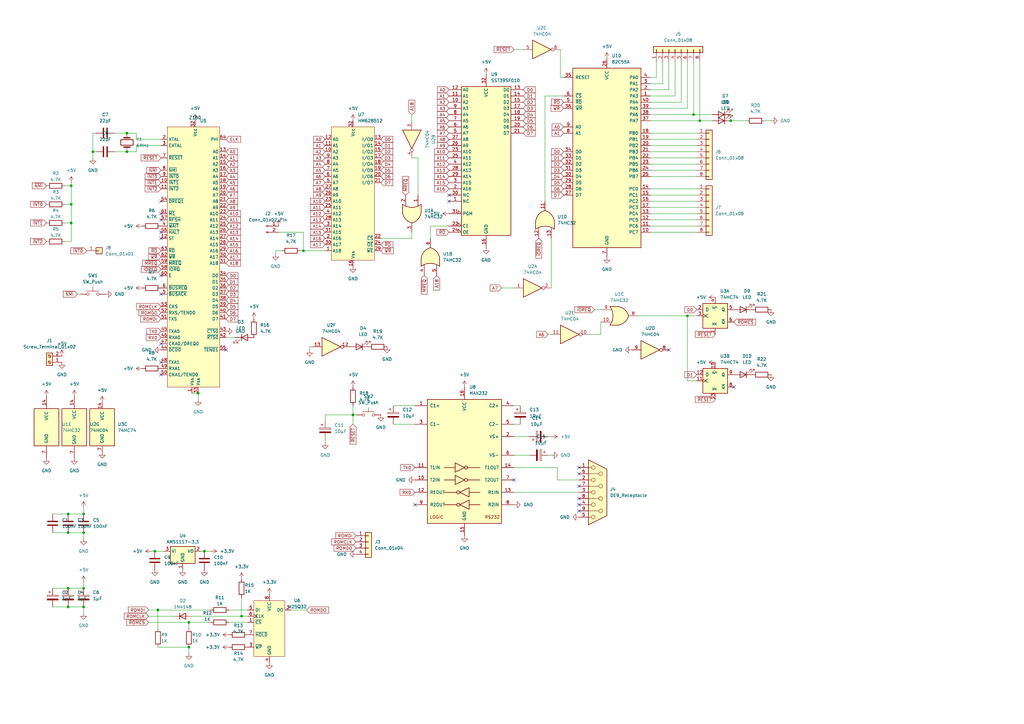
<source format=kicad_sch>
(kicad_sch (version 20230121) (generator eeschema)
  (paper "A3")
  (junction (at 64.77 250.19))
  (junction (at 299.72 49.53))
  (junction (at 27.94 218.44))
  (junction (at 52.07 62.23))
  (junction (at 29.21 83.82))
  (junction (at 29.21 91.44))
  (junction (at 281.94 129.54))
  (junction (at 27.94 248.92))
  (junction (at 284.48 46.99))
  (junction (at 99.06 252.73))
  (junction (at 144.78 170.18))
  (junction (at 52.07 54.61))
  (junction (at 29.21 76.2))
  (junction (at 63.5 226.06))
  (junction (at 27.94 241.3))
  (junction (at 83.82 226.06))
  (junction (at 81.28 161.29))
  (junction (at 34.29 210.82))
  (junction (at 34.29 241.3))
  (junction (at 38.1 62.23))
  (junction (at 77.47 255.27))
  (junction (at 124.46 102.87))
  (junction (at 27.94 210.82))
  (junction (at 287.02 49.53))
  (junction (at 34.29 218.44))
  (junction (at 34.29 248.92))
  (junction (at 77.47 265.43))
  (no_connect (at 66.04 140.97))
  (no_connect (at 66.04 113.03))
  (no_connect (at 66.04 90.17))
  (no_connect (at 237.49 204.47))
  (no_connect (at 184.15 80.01))
  (no_connect (at 237.49 199.39))
  (no_connect (at 184.15 82.55))
  (no_connect (at 210.82 196.85))
  (no_connect (at 237.49 207.01))
  (no_connect (at 66.04 87.63))
  (no_connect (at 66.04 153.67))
  (no_connect (at 237.49 191.77))
  (no_connect (at 170.18 207.01))
  (no_connect (at 66.04 97.79))
  (no_connect (at 237.49 209.55))
  (no_connect (at 274.32 143.51))
  (no_connect (at 92.71 143.51))
  (no_connect (at 66.04 82.55))
  (no_connect (at 66.04 95.25))
  (no_connect (at 237.49 194.31))
  (no_connect (at 66.04 148.59))
  (no_connect (at 66.04 120.65))
  (no_connect (at 300.99 158.75))
  (wire (pts (xy 266.7 36.83) (xy 274.32 36.83)))
  (wire (pts (xy 266.7 46.99) (xy 284.48 46.99)))
  (wire (pts (xy 34.29 251.46) (xy 34.29 248.92)))
  (wire (pts (xy 228.6 191.77) (xy 228.6 196.85)))
  (wire (pts (xy 119.38 250.19) (xy 125.73 250.19)))
  (wire (pts (xy 34.29 241.3) (xy 27.94 241.3)))
  (wire (pts (xy 241.3 137.16) (xy 246.38 137.16)))
  (wire (pts (xy 210.82 186.69) (xy 217.17 186.69)))
  (wire (pts (xy 144.78 173.99) (xy 144.78 170.18)))
  (wire (pts (xy 38.1 64.77) (xy 38.1 62.23)))
  (wire (pts (xy 55.88 62.23) (xy 55.88 59.69)))
  (wire (pts (xy 210.82 179.07) (xy 217.17 179.07)))
  (wire (pts (xy 114.3 95.25) (xy 124.46 95.25)))
  (wire (pts (xy 285.75 85.09) (xy 266.7 85.09)))
  (wire (pts (xy 246.38 137.16) (xy 246.38 132.08)))
  (wire (pts (xy 276.86 39.37) (xy 276.86 25.4)))
  (wire (pts (xy 55.88 59.69) (xy 66.04 59.69)))
  (wire (pts (xy 156.21 97.79) (xy 168.91 97.79)))
  (wire (pts (xy 299.72 49.53) (xy 299.72 46.99)))
  (wire (pts (xy 274.32 36.83) (xy 274.32 25.4)))
  (wire (pts (xy 26.67 76.2) (xy 29.21 76.2)))
  (wire (pts (xy 266.7 95.25) (xy 285.75 95.25)))
  (wire (pts (xy 261.62 129.54) (xy 281.94 129.54)))
  (wire (pts (xy 81.28 161.29) (xy 78.74 161.29)))
  (wire (pts (xy 284.48 46.99) (xy 292.1 46.99)))
  (wire (pts (xy 34.29 218.44) (xy 27.94 218.44)))
  (wire (pts (xy 34.29 220.98) (xy 34.29 218.44)))
  (wire (pts (xy 99.06 252.73) (xy 101.6 252.73)))
  (wire (pts (xy 313.69 49.53) (xy 316.23 49.53)))
  (wire (pts (xy 46.99 62.23) (xy 52.07 62.23)))
  (wire (pts (xy 281.94 129.54) (xy 285.75 129.54)))
  (wire (pts (xy 226.06 118.11) (xy 226.06 97.79)))
  (wire (pts (xy 287.02 25.4) (xy 287.02 49.53)))
  (wire (pts (xy 210.82 20.32) (xy 214.63 20.32)))
  (wire (pts (xy 34.29 210.82) (xy 27.94 210.82)))
  (wire (pts (xy 38.1 62.23) (xy 38.1 54.61)))
  (wire (pts (xy 99.06 245.11) (xy 99.06 252.73)))
  (wire (pts (xy 27.94 218.44) (xy 21.59 218.44)))
  (wire (pts (xy 60.96 255.27) (xy 77.47 255.27)))
  (wire (pts (xy 60.96 252.73) (xy 71.12 252.73)))
  (wire (pts (xy 269.24 31.75) (xy 269.24 25.4)))
  (wire (pts (xy 26.67 83.82) (xy 29.21 83.82)))
  (wire (pts (xy 285.75 59.69) (xy 266.7 59.69)))
  (wire (pts (xy 124.46 95.25) (xy 124.46 102.87)))
  (wire (pts (xy 113.03 102.87) (xy 115.57 102.87)))
  (wire (pts (xy 285.75 87.63) (xy 266.7 87.63)))
  (wire (pts (xy 168.91 97.79) (xy 168.91 95.25)))
  (wire (pts (xy 128.27 142.24) (xy 127 142.24)))
  (wire (pts (xy 29.21 99.06) (xy 26.67 99.06)))
  (wire (pts (xy 279.4 25.4) (xy 279.4 41.91)))
  (wire (pts (xy 210.82 201.93) (xy 237.49 201.93)))
  (wire (pts (xy 285.75 62.23) (xy 266.7 62.23)))
  (wire (pts (xy 144.78 166.37) (xy 144.78 170.18)))
  (wire (pts (xy 34.29 208.28) (xy 34.29 210.82)))
  (wire (pts (xy 29.21 83.82) (xy 29.21 91.44)))
  (wire (pts (xy 81.28 163.83) (xy 81.28 161.29)))
  (wire (pts (xy 27.94 248.92) (xy 21.59 248.92)))
  (wire (pts (xy 266.7 92.71) (xy 285.75 92.71)))
  (wire (pts (xy 161.29 173.99) (xy 170.18 173.99)))
  (wire (pts (xy 127 142.24) (xy 127 143.51)))
  (wire (pts (xy 52.07 54.61) (xy 55.88 54.61)))
  (wire (pts (xy 38.1 54.61) (xy 39.37 54.61)))
  (wire (pts (xy 78.74 252.73) (xy 99.06 252.73)))
  (wire (pts (xy 184.15 92.71) (xy 176.53 92.71)))
  (wire (pts (xy 243.84 127) (xy 246.38 127)))
  (wire (pts (xy 231.14 39.37) (xy 223.52 39.37)))
  (wire (pts (xy 77.47 255.27) (xy 77.47 257.81)))
  (wire (pts (xy 285.75 69.85) (xy 266.7 69.85)))
  (wire (pts (xy 285.75 77.47) (xy 266.7 77.47)))
  (wire (pts (xy 77.47 255.27) (xy 86.36 255.27)))
  (wire (pts (xy 266.7 34.29) (xy 271.78 34.29)))
  (wire (pts (xy 83.82 226.06) (xy 86.36 226.06)))
  (wire (pts (xy 123.19 102.87) (xy 124.46 102.87)))
  (wire (pts (xy 287.02 49.53) (xy 292.1 49.53)))
  (wire (pts (xy 285.75 64.77) (xy 266.7 64.77)))
  (wire (pts (xy 224.79 137.16) (xy 226.06 137.16)))
  (wire (pts (xy 52.07 62.23) (xy 55.88 62.23)))
  (wire (pts (xy 55.88 57.15) (xy 66.04 57.15)))
  (wire (pts (xy 205.74 118.11) (xy 210.82 118.11)))
  (wire (pts (xy 55.88 54.61) (xy 55.88 57.15)))
  (wire (pts (xy 224.79 179.07) (xy 226.06 179.07)))
  (wire (pts (xy 168.91 64.77) (xy 171.45 64.77)))
  (wire (pts (xy 161.29 166.37) (xy 170.18 166.37)))
  (wire (pts (xy 266.7 44.45) (xy 281.94 44.45)))
  (wire (pts (xy 229.87 31.75) (xy 231.14 31.75)))
  (wire (pts (xy 93.98 250.19) (xy 101.6 250.19)))
  (wire (pts (xy 27.94 210.82) (xy 21.59 210.82)))
  (wire (pts (xy 34.29 238.76) (xy 34.29 241.3)))
  (wire (pts (xy 29.21 91.44) (xy 29.21 99.06)))
  (wire (pts (xy 64.77 265.43) (xy 77.47 265.43)))
  (wire (pts (xy 266.7 31.75) (xy 269.24 31.75)))
  (wire (pts (xy 144.78 170.18) (xy 146.05 170.18)))
  (wire (pts (xy 285.75 67.31) (xy 266.7 67.31)))
  (wire (pts (xy 285.75 72.39) (xy 266.7 72.39)))
  (wire (pts (xy 229.87 20.32) (xy 229.87 31.75)))
  (wire (pts (xy 224.79 186.69) (xy 226.06 186.69)))
  (wire (pts (xy 285.75 82.55) (xy 266.7 82.55)))
  (wire (pts (xy 82.55 226.06) (xy 83.82 226.06)))
  (wire (pts (xy 285.75 90.17) (xy 266.7 90.17)))
  (wire (pts (xy 29.21 74.93) (xy 29.21 76.2)))
  (wire (pts (xy 210.82 191.77) (xy 228.6 191.77)))
  (wire (pts (xy 113.03 104.14) (xy 113.03 102.87)))
  (wire (pts (xy 210.82 173.99) (xy 213.36 173.99)))
  (wire (pts (xy 64.77 250.19) (xy 64.77 257.81)))
  (wire (pts (xy 285.75 54.61) (xy 266.7 54.61)))
  (wire (pts (xy 171.45 64.77) (xy 171.45 80.01)))
  (wire (pts (xy 285.75 57.15) (xy 266.7 57.15)))
  (wire (pts (xy 86.36 250.19) (xy 64.77 250.19)))
  (wire (pts (xy 133.35 170.18) (xy 144.78 170.18)))
  (wire (pts (xy 210.82 166.37) (xy 213.36 166.37)))
  (wire (pts (xy 266.7 39.37) (xy 276.86 39.37)))
  (wire (pts (xy 63.5 226.06) (xy 67.31 226.06)))
  (wire (pts (xy 38.1 62.23) (xy 39.37 62.23)))
  (wire (pts (xy 34.29 248.92) (xy 27.94 248.92)))
  (wire (pts (xy 29.21 76.2) (xy 29.21 83.82)))
  (wire (pts (xy 228.6 196.85) (xy 237.49 196.85)))
  (wire (pts (xy 31.75 120.65) (xy 33.02 120.65)))
  (wire (pts (xy 92.71 138.43) (xy 96.52 138.43)))
  (wire (pts (xy 306.07 49.53) (xy 299.72 49.53)))
  (wire (pts (xy 133.35 172.72) (xy 133.35 170.18)))
  (wire (pts (xy 285.75 80.01) (xy 266.7 80.01)))
  (wire (pts (xy 284.48 25.4) (xy 284.48 46.99)))
  (wire (pts (xy 46.99 54.61) (xy 52.07 54.61)))
  (wire (pts (xy 223.52 39.37) (xy 223.52 82.55)))
  (wire (pts (xy 271.78 34.29) (xy 271.78 25.4)))
  (wire (pts (xy 124.46 102.87) (xy 133.35 102.87)))
  (wire (pts (xy 26.67 91.44) (xy 29.21 91.44)))
  (wire (pts (xy 281.94 156.21) (xy 281.94 129.54)))
  (wire (pts (xy 93.98 255.27) (xy 101.6 255.27)))
  (wire (pts (xy 62.23 226.06) (xy 63.5 226.06)))
  (wire (pts (xy 133.35 180.34) (xy 133.35 181.61)))
  (wire (pts (xy 266.7 41.91) (xy 279.4 41.91)))
  (wire (pts (xy 77.47 267.97) (xy 77.47 265.43)))
  (wire (pts (xy 281.94 25.4) (xy 281.94 44.45)))
  (wire (pts (xy 285.75 156.21) (xy 281.94 156.21)))
  (wire (pts (xy 176.53 92.71) (xy 176.53 97.79)))
  (wire (pts (xy 168.91 46.99) (xy 168.91 49.53)))
  (wire (pts (xy 266.7 49.53) (xy 287.02 49.53)))
  (wire (pts (xy 60.96 250.19) (xy 64.77 250.19)))
  (wire (pts (xy 27.94 241.3) (xy 21.59 241.3)))
  (global_label "A18" (shape input) (at 92.71 107.95 0) (property "Intersheetrefs" "${INTERSHEET_REFS}" (effects hide)))
  (global_label "D2" (shape input) (at 214.63 41.91 0) (property "Intersheetrefs" "${INTERSHEET_REFS}" (effects hide)))
  (global_label "A0" (shape input) (at 184.15 36.83 180) (property "Intersheetrefs" "${INTERSHEET_REFS}" (effects hide)))
  (global_label "D2" (shape input) (at 156.21 62.23 0) (property "Intersheetrefs" "${INTERSHEET_REFS}" (effects hide)))
  (global_label "A14" (shape input) (at 184.15 72.39 180) (property "Intersheetrefs" "${INTERSHEET_REFS}" (effects hide)))
  (global_label "D1" (shape input) (at 285.75 153.67 180) (property "Intersheetrefs" "${INTERSHEET_REFS}" (effects hide)))
  (global_label "A3" (shape input) (at 92.71 69.85 0) (property "Intersheetrefs" "${INTERSHEET_REFS}" (effects hide)))
  (global_label "A13" (shape input) (at 184.15 69.85 180) (property "Intersheetrefs" "${INTERSHEET_REFS}" (effects hide)))
  (global_label "~{NMI}" (shape input) (at 19.05 76.2 180) (property "Intersheetrefs" "${INTERSHEET_REFS}" (effects hide)))
  (global_label "~{RESET}" (shape input) (at 144.78 173.99 270) (property "Intersheetrefs" "${INTERSHEET_REFS}" (effects hide)))
  (global_label "~{WR}" (shape input) (at 231.14 44.45 180) (property "Intersheetrefs" "${INTERSHEET_REFS}" (effects hide)))
  (global_label "~{WR}" (shape input) (at 156.21 102.87 0) (property "Intersheetrefs" "${INTERSHEET_REFS}" (effects hide)))
  (global_label "TX0" (shape input) (at 170.18 191.77 180) (property "Intersheetrefs" "${INTERSHEET_REFS}" (effects hide)))
  (global_label "A14" (shape input) (at 92.71 97.79 0) (property "Intersheetrefs" "${INTERSHEET_REFS}" (effects hide)))
  (global_label "~{MREQ}" (shape input) (at 173.99 113.03 270) (property "Intersheetrefs" "${INTERSHEET_REFS}" (effects hide)))
  (global_label "A6" (shape input) (at 224.79 137.16 180) (property "Intersheetrefs" "${INTERSHEET_REFS}" (effects hide)))
  (global_label "A11" (shape input) (at 133.35 85.09 180) (property "Intersheetrefs" "${INTERSHEET_REFS}" (effects hide)))
  (global_label "A10" (shape input) (at 133.35 82.55 180) (property "Intersheetrefs" "${INTERSHEET_REFS}" (effects hide)))
  (global_label "A17" (shape input) (at 133.35 100.33 180) (property "Intersheetrefs" "${INTERSHEET_REFS}" (effects hide)))
  (global_label "A12" (shape input) (at 133.35 87.63 180) (property "Intersheetrefs" "${INTERSHEET_REFS}" (effects hide)))
  (global_label "ROMCLK" (shape input) (at 66.04 125.73 180) (property "Intersheetrefs" "${INTERSHEET_REFS}" (effects hide)))
  (global_label "~{NMI}" (shape input) (at 31.75 120.65 180) (property "Intersheetrefs" "${INTERSHEET_REFS}" (effects hide)))
  (global_label "ROMDI" (shape input) (at 146.05 219.71 180) (property "Intersheetrefs" "${INTERSHEET_REFS}" (effects hide)))
  (global_label "A9" (shape input) (at 92.71 85.09 0) (property "Intersheetrefs" "${INTERSHEET_REFS}" (effects hide)))
  (global_label "A13" (shape input) (at 92.71 95.25 0) (property "Intersheetrefs" "${INTERSHEET_REFS}" (effects hide)))
  (global_label "ROMDI" (shape input) (at 60.96 250.19 180) (property "Intersheetrefs" "${INTERSHEET_REFS}" (effects hide)))
  (global_label "D4" (shape input) (at 231.14 72.39 180) (property "Intersheetrefs" "${INTERSHEET_REFS}" (effects hide)))
  (global_label "A2" (shape input) (at 133.35 62.23 180) (property "Intersheetrefs" "${INTERSHEET_REFS}" (effects hide)))
  (global_label "~{INT0}" (shape input) (at 66.04 72.39 180) (property "Intersheetrefs" "${INTERSHEET_REFS}" (effects hide)))
  (global_label "D5" (shape input) (at 92.71 125.73 0) (property "Intersheetrefs" "${INTERSHEET_REFS}" (effects hide)))
  (global_label "A18" (shape input) (at 179.07 113.03 270) (property "Intersheetrefs" "${INTERSHEET_REFS}" (effects hide)))
  (global_label "A15" (shape input) (at 184.15 74.93 180) (property "Intersheetrefs" "${INTERSHEET_REFS}" (effects hide)))
  (global_label "A16" (shape input) (at 184.15 77.47 180) (property "Intersheetrefs" "${INTERSHEET_REFS}" (effects hide)))
  (global_label "~{IOREQ}" (shape input) (at 243.84 127 180) (property "Intersheetrefs" "${INTERSHEET_REFS}" (effects hide)))
  (global_label "D5" (shape input) (at 214.63 49.53 0) (property "Intersheetrefs" "${INTERSHEET_REFS}" (effects hide)))
  (global_label "~{INT1}" (shape input) (at 66.04 74.93 180) (property "Intersheetrefs" "${INTERSHEET_REFS}" (effects hide)))
  (global_label "D0" (shape input) (at 231.14 62.23 180) (property "Intersheetrefs" "${INTERSHEET_REFS}" (effects hide)))
  (global_label "~{IOREQ}" (shape input) (at 66.04 110.49 180) (property "Intersheetrefs" "${INTERSHEET_REFS}" (effects hide)))
  (global_label "A6" (shape input) (at 133.35 72.39 180) (property "Intersheetrefs" "${INTERSHEET_REFS}" (effects hide)))
  (global_label "ROMDO" (shape input) (at 66.04 128.27 180) (property "Intersheetrefs" "${INTERSHEET_REFS}" (effects hide)))
  (global_label "A4" (shape input) (at 133.35 67.31 180) (property "Intersheetrefs" "${INTERSHEET_REFS}" (effects hide)))
  (global_label "A5" (shape input) (at 133.35 69.85 180) (property "Intersheetrefs" "${INTERSHEET_REFS}" (effects hide)))
  (global_label "D0" (shape input) (at 285.75 127 180) (property "Intersheetrefs" "${INTERSHEET_REFS}" (effects hide)))
  (global_label "ROMCLK" (shape input) (at 60.96 252.73 180) (property "Intersheetrefs" "${INTERSHEET_REFS}" (effects hide)))
  (global_label "D0" (shape input) (at 92.71 113.03 0) (property "Intersheetrefs" "${INTERSHEET_REFS}" (effects hide)))
  (global_label "ROMDI" (shape input) (at 66.04 130.81 180) (property "Intersheetrefs" "${INTERSHEET_REFS}" (effects hide)))
  (global_label "D3" (shape input) (at 214.63 44.45 0) (property "Intersheetrefs" "${INTERSHEET_REFS}" (effects hide)))
  (global_label "A7" (shape input) (at 184.15 54.61 180) (property "Intersheetrefs" "${INTERSHEET_REFS}" (effects hide)))
  (global_label "RX0" (shape input) (at 170.18 201.93 180) (property "Intersheetrefs" "${INTERSHEET_REFS}" (effects hide)))
  (global_label "D1" (shape input) (at 92.71 115.57 0) (property "Intersheetrefs" "${INTERSHEET_REFS}" (effects hide)))
  (global_label "A5" (shape input) (at 184.15 49.53 180) (property "Intersheetrefs" "${INTERSHEET_REFS}" (effects hide)))
  (global_label "~{RESET}" (shape input) (at 66.04 64.77 180) (property "Intersheetrefs" "${INTERSHEET_REFS}" (effects hide)))
  (global_label "A1" (shape input) (at 231.14 54.61 180) (property "Intersheetrefs" "${INTERSHEET_REFS}" (effects hide)))
  (global_label "A10" (shape input) (at 184.15 62.23 180) (property "Intersheetrefs" "${INTERSHEET_REFS}" (effects hide)))
  (global_label "A14" (shape input) (at 133.35 92.71 180) (property "Intersheetrefs" "${INTERSHEET_REFS}" (effects hide)))
  (global_label "~{RD}" (shape input) (at 184.15 95.25 180) (property "Intersheetrefs" "${INTERSHEET_REFS}" (effects hide)))
  (global_label "~{MREQ}" (shape input) (at 66.04 107.95 180) (property "Intersheetrefs" "${INTERSHEET_REFS}" (effects hide)))
  (global_label "~{MREQ}" (shape input) (at 166.37 80.01 90) (property "Intersheetrefs" "${INTERSHEET_REFS}" (effects hide)))
  (global_label "A4" (shape input) (at 184.15 46.99 180) (property "Intersheetrefs" "${INTERSHEET_REFS}" (effects hide)))
  (global_label "D2" (shape input) (at 92.71 118.11 0) (property "Intersheetrefs" "${INTERSHEET_REFS}" (effects hide)))
  (global_label "A2" (shape input) (at 184.15 41.91 180) (property "Intersheetrefs" "${INTERSHEET_REFS}" (effects hide)))
  (global_label "D5" (shape input) (at 156.21 69.85 0) (property "Intersheetrefs" "${INTERSHEET_REFS}" (effects hide)))
  (global_label "A6" (shape input) (at 92.71 77.47 0) (property "Intersheetrefs" "${INTERSHEET_REFS}" (effects hide)))
  (global_label "D6" (shape input) (at 214.63 52.07 0) (property "Intersheetrefs" "${INTERSHEET_REFS}" (effects hide)))
  (global_label "D4" (shape input) (at 92.71 123.19 0) (property "Intersheetrefs" "${INTERSHEET_REFS}" (effects hide)))
  (global_label "~{ROMCS}" (shape input) (at 60.96 255.27 180) (property "Intersheetrefs" "${INTERSHEET_REFS}" (effects hide)))
  (global_label "A16" (shape input) (at 133.35 97.79 180) (property "Intersheetrefs" "${INTERSHEET_REFS}" (effects hide)))
  (global_label "A2" (shape input) (at 92.71 67.31 0) (property "Intersheetrefs" "${INTERSHEET_REFS}" (effects hide)))
  (global_label "D7" (shape input) (at 92.71 130.81 0) (property "Intersheetrefs" "${INTERSHEET_REFS}" (effects hide)))
  (global_label "A9" (shape input) (at 133.35 80.01 180) (property "Intersheetrefs" "${INTERSHEET_REFS}" (effects hide)))
  (global_label "D5" (shape input) (at 231.14 74.93 180) (property "Intersheetrefs" "${INTERSHEET_REFS}" (effects hide)))
  (global_label "D2" (shape input) (at 231.14 67.31 180) (property "Intersheetrefs" "${INTERSHEET_REFS}" (effects hide)))
  (global_label "ROMDO" (shape input) (at 125.73 250.19 0) (property "Intersheetrefs" "${INTERSHEET_REFS}" (effects hide)))
  (global_label "A18" (shape input) (at 168.91 46.99 90) (property "Intersheetrefs" "${INTERSHEET_REFS}" (effects hide)))
  (global_label "A12" (shape input) (at 92.71 92.71 0) (property "Intersheetrefs" "${INTERSHEET_REFS}" (effects hide)))
  (global_label "ROMDO" (shape input) (at 146.05 224.79 180) (property "Intersheetrefs" "${INTERSHEET_REFS}" (effects hide)))
  (global_label "~{RD}" (shape input) (at 66.04 102.87 180) (property "Intersheetrefs" "${INTERSHEET_REFS}" (effects hide)))
  (global_label "A7" (shape input) (at 92.71 80.01 0) (property "Intersheetrefs" "${INTERSHEET_REFS}" (effects hide)))
  (global_label "D0" (shape input) (at 156.21 57.15 0) (property "Intersheetrefs" "${INTERSHEET_REFS}" (effects hide)))
  (global_label "A8" (shape input) (at 184.15 57.15 180) (property "Intersheetrefs" "${INTERSHEET_REFS}" (effects hide)))
  (global_label "RX0" (shape input) (at 66.04 138.43 180) (property "Intersheetrefs" "${INTERSHEET_REFS}" (effects hide)))
  (global_label "A6" (shape input) (at 184.15 52.07 180) (property "Intersheetrefs" "${INTERSHEET_REFS}" (effects hide)))
  (global_label "CLK" (shape input) (at 92.71 57.15 0) (property "Intersheetrefs" "${INTERSHEET_REFS}" (effects hide)))
  (global_label "~{IOREQ}" (shape input) (at 220.98 97.79 270) (property "Intersheetrefs" "${INTERSHEET_REFS}" (effects hide)))
  (global_label "D3" (shape input) (at 92.71 120.65 0) (property "Intersheetrefs" "${INTERSHEET_REFS}" (effects hide)))
  (global_label "A7" (shape input) (at 205.74 118.11 180) (property "Intersheetrefs" "${INTERSHEET_REFS}" (effects hide)))
  (global_label "A17" (shape input) (at 92.71 105.41 0) (property "Intersheetrefs" "${INTERSHEET_REFS}" (effects hide)))
  (global_label "~{NMI}" (shape input) (at 66.04 69.85 180) (property "Intersheetrefs" "${INTERSHEET_REFS}" (effects hide)))
  (global_label "A7" (shape input) (at 133.35 74.93 180) (property "Intersheetrefs" "${INTERSHEET_REFS}" (effects hide)))
  (global_label "A16" (shape input) (at 92.71 102.87 0) (property "Intersheetrefs" "${INTERSHEET_REFS}" (effects hide)))
  (global_label "~{ROMCS}" (shape input) (at 300.99 132.08 0) (property "Intersheetrefs" "${INTERSHEET_REFS}" (effects hide)))
  (global_label "D1" (shape input) (at 231.14 64.77 180) (property "Intersheetrefs" "${INTERSHEET_REFS}" (effects hide)))
  (global_label "~{RD}" (shape input) (at 231.14 41.91 180) (property "Intersheetrefs" "${INTERSHEET_REFS}" (effects hide)))
  (global_label "~{INT0}" (shape input) (at 19.05 83.82 180) (property "Intersheetrefs" "${INTERSHEET_REFS}" (effects hide)))
  (global_label "D0" (shape input) (at 214.63 36.83 0) (property "Intersheetrefs" "${INTERSHEET_REFS}" (effects hide)))
  (global_label "A12" (shape input) (at 184.15 67.31 180) (property "Intersheetrefs" "${INTERSHEET_REFS}" (effects hide)))
  (global_label "~{INT1}" (shape input) (at 19.05 91.44 180) (property "Intersheetrefs" "${INTERSHEET_REFS}" (effects hide)))
  (global_label "D4" (shape input) (at 214.63 46.99 0) (property "Intersheetrefs" "${INTERSHEET_REFS}" (effects hide)))
  (global_label "D7" (shape input) (at 231.14 80.01 180) (property "Intersheetrefs" "${INTERSHEET_REFS}" (effects hide)))
  (global_label "A0" (shape input) (at 133.35 57.15 180) (property "Intersheetrefs" "${INTERSHEET_REFS}" (effects hide)))
  (global_label "A9" (shape input) (at 184.15 59.69 180) (property "Intersheetrefs" "${INTERSHEET_REFS}" (effects hide)))
  (global_label "D3" (shape input) (at 156.21 64.77 0) (property "Intersheetrefs" "${INTERSHEET_REFS}" (effects hide)))
  (global_label "A15" (shape input) (at 133.35 95.25 180) (property "Intersheetrefs" "${INTERSHEET_REFS}" (effects hide)))
  (global_label "~{INT0}" (shape input) (at 35.56 102.87 180) (property "Intersheetrefs" "${INTERSHEET_REFS}" (effects hide)))
  (global_label "D4" (shape input) (at 156.21 67.31 0) (property "Intersheetrefs" "${INTERSHEET_REFS}" (effects hide)))
  (global_label "D6" (shape input) (at 156.21 72.39 0) (property "Intersheetrefs" "${INTERSHEET_REFS}" (effects hide)))
  (global_label "A1" (shape input) (at 92.71 64.77 0) (property "Intersheetrefs" "${INTERSHEET_REFS}" (effects hide)))
  (global_label "A0" (shape input) (at 231.14 52.07 180) (property "Intersheetrefs" "${INTERSHEET_REFS}" (effects hide)))
  (global_label "~{RESET}" (shape input) (at 293.37 137.16 180) (property "Intersheetrefs" "${INTERSHEET_REFS}" (effects hide)))
  (global_label "A11" (shape input) (at 184.15 64.77 180) (property "Intersheetrefs" "${INTERSHEET_REFS}" (effects hide)))
  (global_label "~{INT2}" (shape input) (at 19.05 99.06 180) (property "Intersheetrefs" "${INTERSHEET_REFS}" (effects hide)))
  (global_label "ROMCLK" (shape input) (at 146.05 222.25 180) (property "Intersheetrefs" "${INTERSHEET_REFS}" (effects hide)))
  (global_label "D3" (shape input) (at 231.14 69.85 180) (property "Intersheetrefs" "${INTERSHEET_REFS}" (effects hide)))
  (global_label "A10" (shape input) (at 92.71 87.63 0) (property "Intersheetrefs" "${INTERSHEET_REFS}" (effects hide)))
  (global_label "A11" (shape input) (at 92.71 90.17 0) (property "Intersheetrefs" "${INTERSHEET_REFS}" (effects hide)))
  (global_label "~{WR}" (shape input) (at 66.04 105.41 180) (property "Intersheetrefs" "${INTERSHEET_REFS}" (effects hide)))
  (global_label "~{RESET}" (shape input) (at 210.82 20.32 180) (property "Intersheetrefs" "${INTERSHEET_REFS}" (effects hide)))
  (global_label "D7" (shape input) (at 156.21 74.93 0) (property "Intersheetrefs" "${INTERSHEET_REFS}" (effects hide)))
  (global_label "A5" (shape input) (at 92.71 74.93 0) (property "Intersheetrefs" "${INTERSHEET_REFS}" (effects hide)))
  (global_label "D6" (shape input) (at 92.71 128.27 0) (property "Intersheetrefs" "${INTERSHEET_REFS}" (effects hide)))
  (global_label "~{RESET}" (shape input) (at 293.37 163.83 180) (property "Intersheetrefs" "${INTERSHEET_REFS}" (effects hide)))
  (global_label "TX0" (shape input) (at 66.04 135.89 180) (property "Intersheetrefs" "${INTERSHEET_REFS}" (effects hide)))
  (global_label "A3" (shape input) (at 133.35 64.77 180) (property "Intersheetrefs" "${INTERSHEET_REFS}" (effects hide)))
  (global_label "D1" (shape input) (at 214.63 39.37 0) (property "Intersheetrefs" "${INTERSHEET_REFS}" (effects hide)))
  (global_label "D7" (shape input) (at 214.63 54.61 0) (property "Intersheetrefs" "${INTERSHEET_REFS}" (effects hide)))
  (global_label "A4" (shape input) (at 92.71 72.39 0) (property "Intersheetrefs" "${INTERSHEET_REFS}" (effects hide)))
  (global_label "A0" (shape input) (at 92.71 62.23 0) (property "Intersheetrefs" "${INTERSHEET_REFS}" (effects hide)))
  (global_label "~{RD}" (shape input) (at 156.21 100.33 0) (property "Intersheetrefs" "${INTERSHEET_REFS}" (effects hide)))
  (global_label "A1" (shape input) (at 133.35 59.69 180) (property "Intersheetrefs" "${INTERSHEET_REFS}" (effects hide)))
  (global_label "A3" (shape input) (at 184.15 44.45 180) (property "Intersheetrefs" "${INTERSHEET_REFS}" (effects hide)))
  (global_label "D6" (shape input) (at 231.14 77.47 180) (property "Intersheetrefs" "${INTERSHEET_REFS}" (effects hide)))
  (global_label "A8" (shape input) (at 133.35 77.47 180) (property "Intersheetrefs" "${INTERSHEET_REFS}" (effects hide)))
  (global_label "A13" (shape input) (at 133.35 90.17 180) (property "Intersheetrefs" "${INTERSHEET_REFS}" (effects hide)))
  (global_label "~{INT2}" (shape input) (at 66.04 77.47 180) (property "Intersheetrefs" "${INTERSHEET_REFS}" (effects hide)))
  (global_label "A8" (shape input) (at 92.71 82.55 0) (property "Intersheetrefs" "${INTERSHEET_REFS}" (effects hide)))
  (global_label "D1" (shape input) (at 156.21 59.69 0) (property "Intersheetrefs" "${INTERSHEET_REFS}" (effects hide)))
  (global_label "A15" (shape input) (at 92.71 100.33 0) (property "Intersheetrefs" "${INTERSHEET_REFS}" (effects hide)))
  (global_label "A1" (shape input) (at 184.15 39.37 180) (property "Intersheetrefs" "${INTERSHEET_REFS}" (effects hide)))
  (symbol (lib_id "Device:C_Polarized") (at 220.98 179.07 90) (unit 1)
    (property "Reference" "C14" (at 220.091 171.45 90))
    (property "Value" "10µF" (at 220.091 173.99 90))
    (property "Footprint" "Capacitor_THT:CP_Radial_D4.0mm_P2.00mm" (effects hide))
  )
  (symbol (lib_id "Device:R") (at 104.14 134.62 180) (unit 1)
    (property "Reference" "R16" (at 106.68 133.35 0) (effects (justify right)))
    (property "Value" "4.7K" (at 106.68 135.89 0) (effects (justify right)))
    (property "Footprint" "Resistor_THT:R_Axial_DIN0204_L3.6mm_D1.6mm_P7.62mm_Horizontal" (effects hide))
  )
  (symbol (lib_id "power:+5V") (at 30.48 162.56 0) (unit 1)
    (property "Reference" "#PWR08" (effects hide))
    (property "Value" "+5V" (at 30.48 157.48 0))
  )
  (symbol (lib_id "power:+5V") (at 184.15 87.63 90) (unit 1)
    (property "Reference" "#PWR048" (effects hide))
    (property "Value" "+5V" (at 180.34 87.63 90) (effects (justify left)))
  )
  (symbol (lib_id "74xx:74HC04") (at 222.25 20.32 0) (unit 3)
    (property "Reference" "U2" (at 222.25 11.43 0))
    (property "Value" "74HC04" (at 222.25 13.97 0))
    (property "Footprint" "Package_DIP:DIP-14_W7.62mm" (effects hide))
    (property "Datasheet" "https://assets.nexperia.com/documents/data-sheet/74HC_HCT04.pdf" (effects hide))
  )
  (symbol (lib_id "power:GND") (at 113.03 104.14 0) (unit 1)
    (property "Reference" "#PWR037" (effects hide))
    (property "Value" "GND" (at 113.03 109.22 0))
  )
  (symbol (lib_id "power:GND") (at 38.1 64.77 0) (unit 1)
    (property "Reference" "#PWR014" (effects hide))
    (property "Value" "GND" (at 38.1 69.85 0))
  )
  (symbol (lib_id "Device:R") (at 154.94 142.24 90) (unit 1)
    (property "Reference" "R19" (at 154.94 135.89 90))
    (property "Value" "4.7K" (at 154.94 138.43 90))
    (property "Footprint" "Resistor_THT:R_Axial_DIN0204_L3.6mm_D1.6mm_P7.62mm_Horizontal" (effects hide))
  )
  (symbol (lib_id "power:GND") (at 156.21 170.18 0) (unit 1)
    (property "Reference" "#PWR045" (effects hide))
    (property "Value" "GND" (at 156.21 175.26 0))
  )
  (symbol (lib_id "power:GND") (at 63.5 233.68 0) (unit 1)
    (property "Reference" "#PWR022" (effects hide))
    (property "Value" "GND" (at 63.5 238.76 0))
  )
  (symbol (lib_id "Connector_Generic:Conn_01x08") (at 290.83 85.09 0) (unit 1)
    (property "Reference" "J7" (at 293.37 85.09 0) (effects (justify left)))
    (property "Value" "Conn_01x08" (at 293.37 87.63 0) (effects (justify left)))
    (property "Footprint" "Connector_PinHeader_2.54mm:PinHeader_1x08_P2.54mm_Vertical" (effects hide))
  )
  (symbol (lib_id "Device:D") (at 74.93 252.73 0) (unit 1)
    (property "Reference" "D2" (at 74.93 246.38 0))
    (property "Value" "1N4148" (at 74.93 248.92 0))
    (property "Footprint" "Diode_THT:D_DO-34_SOD68_P7.62mm_Horizontal" (effects hide))
    (property "Sim.Device" "D" (effects hide))
    (property "Sim.Pins" "1=K 2=A" (effects hide))
  )
  (symbol (lib_id "Device:R") (at 90.17 250.19 270) (unit 1)
    (property "Reference" "R11" (at 90.17 245.11 90))
    (property "Value" "1K" (at 90.17 247.65 90))
    (property "Footprint" "Resistor_THT:R_Axial_DIN0204_L3.6mm_D1.6mm_P7.62mm_Horizontal" (effects hide))
  )
  (symbol (lib_id "power:+5V") (at 34.29 238.76 0) (unit 1)
    (property "Reference" "#PWR012" (effects hide))
    (property "Value" "+5V" (at 34.29 233.68 0))
  )
  (symbol (lib_id "power:+5V") (at 25.4 146.05 0) (unit 1)
    (property "Reference" "#PWR05" (effects hide))
    (property "Value" "+5V" (at 25.4 140.97 0))
  )
  (symbol (lib_id "power:+3.3V") (at 93.98 265.43 90) (unit 1)
    (property "Reference" "#PWR031" (effects hide))
    (property "Value" "+3.3V" (at 90.17 265.43 90) (effects (justify left)))
  )
  (symbol (lib_id "power:+5V") (at 41.91 165.1 0) (unit 1)
    (property "Reference" "#PWR015" (effects hide))
    (property "Value" "+5V" (at 41.91 160.02 0))
  )
  (symbol (lib_id "Device:LED") (at 304.8 127 180) (unit 1)
    (property "Reference" "D9" (at 306.3875 119.38 0))
    (property "Value" "LED" (at 306.3875 121.92 0))
    (property "Footprint" "LED_THT:LED_D3.0mm" (effects hide))
  )
  (symbol (lib_id "Device:R") (at 62.23 118.11 90) (unit 1)
    (property "Reference" "R7" (at 62.23 111.76 90))
    (property "Value" "4.7K" (at 62.23 114.3 90))
    (property "Footprint" "Resistor_THT:R_Axial_DIN0204_L3.6mm_D1.6mm_P7.62mm_Horizontal" (effects hide))
  )
  (symbol (lib_id "Device:C_Polarized") (at 34.29 245.11 0) (unit 1)
    (property "Reference" "C6" (at 38.1 242.951 0) (effects (justify left)))
    (property "Value" "1µF" (at 38.1 245.491 0) (effects (justify left)))
    (property "Footprint" "Capacitor_THT:CP_Radial_D4.0mm_P2.00mm" (effects hide))
  )
  (symbol (lib_id "power:GND") (at 81.28 163.83 0) (unit 1)
    (property "Reference" "#PWR027" (effects hide))
    (property "Value" "GND" (at 81.28 168.91 0))
  )
  (symbol (lib_id "power:GND") (at 41.91 185.42 0) (unit 1)
    (property "Reference" "#PWR016" (effects hide))
    (property "Value" "GND" (at 41.91 190.5 0))
  )
  (symbol (lib_id "Regulator_Linear:AMS1117-3.3") (at 74.93 226.06 0) (unit 1)
    (property "Reference" "U4" (at 74.93 219.71 0))
    (property "Value" "AMS1117-3.3" (at 74.93 222.25 0))
    (property "Footprint" "Package_TO_SOT_SMD:SOT-223-3_TabPin2" (effects hide))
    (property "Datasheet" "http://www.advanced-monolithic.com/pdf/ds1117.pdf" (effects hide))
  )
  (symbol (lib_id "power:GND") (at 146.05 227.33 270) (unit 1)
    (property "Reference" "#PWR044" (effects hide))
    (property "Value" "GND" (at 142.24 227.33 90) (effects (justify right)))
  )
  (symbol (lib_id "Device:C_Polarized") (at 213.36 170.18 0) (unit 1)
    (property "Reference" "C13" (at 217.17 168.021 0) (effects (justify left)))
    (property "Value" "10µF" (at 217.17 170.561 0) (effects (justify left)))
    (property "Footprint" "Capacitor_THT:CP_Radial_D4.0mm_P2.00mm" (effects hide))
  )
  (symbol (lib_id "power:GND") (at 226.06 186.69 90) (unit 1)
    (property "Reference" "#PWR055" (effects hide))
    (property "Value" "GND" (at 229.87 186.69 90) (effects (justify right)))
  )
  (symbol (lib_id "power:+5V") (at 58.42 118.11 90) (unit 1)
    (property "Reference" "#PWR019" (effects hide))
    (property "Value" "+5V" (at 54.61 118.11 90) (effects (justify left)))
  )
  (symbol (lib_id "Device:R") (at 64.77 261.62 180) (unit 1)
    (property "Reference" "R9" (at 66.04 260.35 0) (effects (justify right)))
    (property "Value" "1K" (at 66.04 262.89 0) (effects (justify right)))
    (property "Footprint" "Resistor_THT:R_Axial_DIN0204_L3.6mm_D1.6mm_P7.62mm_Horizontal" (effects hide))
  )
  (symbol (lib_id "Device:C") (at 27.94 214.63 180) (unit 1)
    (property "Reference" "C3" (at 31.75 213.36 0) (effects (justify right)))
    (property "Value" "100nF" (at 31.75 215.9 0) (effects (justify right)))
    (property "Footprint" "Capacitor_THT:C_Disc_D3.8mm_W2.6mm_P2.50mm" (effects hide))
  )
  (symbol (lib_id "Device:R") (at 62.23 92.71 90) (unit 1)
    (property "Reference" "R6" (at 62.23 86.36 90))
    (property "Value" "4.7K" (at 62.23 88.9 90))
    (property "Footprint" "Resistor_THT:R_Axial_DIN0204_L3.6mm_D1.6mm_P7.62mm_Horizontal" (effects hide))
  )
  (symbol (lib_id "Device:C_Polarized") (at 27.94 245.11 0) (unit 1)
    (property "Reference" "C4" (at 31.75 242.951 0) (effects (justify left)))
    (property "Value" "1µF" (at 31.75 245.491 0) (effects (justify left)))
    (property "Footprint" "Capacitor_THT:CP_Radial_D4.0mm_P2.00mm" (effects hide))
  )
  (symbol (lib_id "power:+5V") (at 29.21 74.93 0) (unit 1)
    (property "Reference" "#PWR07" (effects hide))
    (property "Value" "+5V" (at 29.21 69.85 0))
  )
  (symbol (lib_id "power:GND") (at 77.47 267.97 0) (unit 1)
    (property "Reference" "#PWR025" (effects hide))
    (property "Value" "GND" (at 77.47 273.05 0))
  )
  (symbol (lib_id "power:GND") (at 248.92 105.41 0) (unit 1)
    (property "Reference" "#PWR058" (effects hide))
    (property "Value" "GND" (at 248.92 110.49 0))
  )
  (symbol (lib_id "power:GND") (at 34.29 220.98 0) (unit 1)
    (property "Reference" "#PWR011" (effects hide))
    (property "Value" "GND" (at 34.29 226.06 0))
  )
  (symbol (lib_id "Device:C") (at 43.18 62.23 90) (unit 1)
    (property "Reference" "C8" (at 43.18 54.61 90))
    (property "Value" "22pF" (at 43.18 57.15 90))
    (property "Footprint" "Capacitor_THT:C_Disc_D3.0mm_W1.6mm_P2.50mm" (effects hide))
  )
  (symbol (lib_id "power:GND") (at 316.23 49.53 90) (unit 1)
    (property "Reference" "#PWR061" (effects hide))
    (property "Value" "GND" (at 320.04 49.53 90) (effects (justify right)))
  )
  (symbol (lib_id "74xx:74HC04") (at 30.48 175.26 0) (unit 7)
    (property "Reference" "U2" (at 36.83 173.99 0) (effects (justify left)))
    (property "Value" "74HC04" (at 36.83 176.53 0) (effects (justify left)))
    (property "Footprint" "Package_DIP:DIP-14_W7.62mm" (effects hide))
    (property "Datasheet" "https://assets.nexperia.com/documents/data-sheet/74HC_HCT04.pdf" (effects hide))
  )
  (symbol (lib_id "Device:R") (at 99.06 241.3 0) (unit 1)
    (property "Reference" "R15" (at 100.33 240.03 0) (effects (justify left)))
    (property "Value" "1K" (at 100.33 242.57 0) (effects (justify left)))
    (property "Footprint" "Resistor_THT:R_Axial_DIN0204_L3.6mm_D1.6mm_P7.62mm_Horizontal" (effects hide))
  )
  (symbol (lib_id "74xx:74LS32") (at 223.52 90.17 90) (unit 4)
    (property "Reference" "U1" (at 228.6 88.9 90) (effects (justify right)))
    (property "Value" "74HC32" (at 228.6 91.44 90) (effects (justify right)))
    (property "Footprint" "Package_DIP:DIP-14_W7.62mm" (effects hide))
    (property "Datasheet" "http://www.ti.com/lit/gpn/sn74LS32" (effects hide))
  )
  (symbol (lib_id "Device:R") (at 22.86 91.44 90) (unit 1)
    (property "Reference" "R4" (at 22.86 86.36 90))
    (property "Value" "4.7K" (at 22.86 88.9 90))
    (property "Footprint" "Resistor_THT:R_Axial_DIN0204_L3.6mm_D1.6mm_P7.62mm_Horizontal" (effects hide))
  )
  (symbol (lib_id "power:GND") (at 19.05 187.96 0) (unit 1)
    (property "Reference" "#PWR04" (effects hide))
    (property "Value" "GND" (at 19.05 193.04 0))
  )
  (symbol (lib_id "power:GND") (at 144.78 109.22 0) (unit 1)
    (property "Reference" "#PWR042" (effects hide))
    (property "Value" "GND" (at 144.78 114.3 0))
  )
  (symbol (lib_id "power:+5V") (at 144.78 49.53 0) (unit 1)
    (property "Reference" "#PWR041" (effects hide))
    (property "Value" "+5V" (at 144.78 44.45 0))
  )
  (symbol (lib_id "Device:LED") (at 295.91 49.53 180) (unit 1)
    (property "Reference" "D8" (at 297.4975 41.91 0))
    (property "Value" "LED" (at 297.4975 44.45 0))
    (property "Footprint" "LED_THT:LED_D3.0mm" (effects hide))
  )
  (symbol (lib_id "power:GND") (at 316.23 127 0) (unit 1)
    (property "Reference" "#PWR062" (effects hide))
    (property "Value" "GND" (at 316.23 132.08 0))
  )
  (symbol (lib_id "Device:C") (at 63.5 229.87 180) (unit 1)
    (property "Reference" "C9" (at 67.31 228.6 0) (effects (justify right)))
    (property "Value" "100nF" (at 67.31 231.14 0) (effects (justify right)))
    (property "Footprint" "Capacitor_THT:C_Disc_D3.8mm_W2.6mm_P2.50mm" (effects hide))
  )
  (symbol (lib_id "power:+5V") (at 226.06 179.07 270) (unit 1)
    (property "Reference" "#PWR054" (effects hide))
    (property "Value" "+5V" (at 229.87 179.07 90) (effects (justify left)))
  )
  (symbol (lib_id "74xx:74LS32") (at 176.53 105.41 90) (unit 2)
    (property "Reference" "U1" (at 181.61 104.14 90) (effects (justify right)))
    (property "Value" "74HC32" (at 181.61 106.68 90) (effects (justify right)))
    (property "Footprint" "Package_DIP:DIP-14_W7.62mm" (effects hide))
    (property "Datasheet" "http://www.ti.com/lit/gpn/sn74LS32" (effects hide))
  )
  (symbol (lib_id "Connector:Conn_01x02_Pin") (at 109.22 92.71 0) (unit 1)
    (property "Reference" "J2" (at 109.855 87.63 0))
    (property "Value" "Conn_01x02_Pin" (at 109.855 90.17 0))
    (property "Footprint" "Connector_PinHeader_2.54mm:PinHeader_1x02_P2.54mm_Vertical" (effects hide))
  )
  (symbol (lib_id "power:+5V") (at 190.5 158.75 0) (unit 1)
    (property "Reference" "#PWR049" (effects hide))
    (property "Value" "+5V" (at 190.5 153.67 0))
  )
  (symbol (lib_id "power:+5V") (at 34.29 208.28 0) (unit 1)
    (property "Reference" "#PWR010" (effects hide))
    (property "Value" "+5V" (at 34.29 203.2 0))
  )
  (symbol (lib_id "Device:Crystal") (at 52.07 58.42 90) (unit 1)
    (property "Reference" "Y1" (at 55.88 57.15 90) (effects (justify right)))
    (property "Value" "6MHz" (at 55.88 59.69 90) (effects (justify right)))
    (property "Footprint" "Crystal:Crystal_HC18-U_Vertical" (effects hide))
  )
  (symbol (lib_id "Device:C_Polarized") (at 220.98 186.69 270) (unit 1)
    (property "Reference" "C15" (at 221.869 179.07 90))
    (property "Value" "10µF" (at 221.869 181.61 90))
    (property "Footprint" "Capacitor_THT:CP_Radial_D4.0mm_P2.00mm" (effects hide))
  )
  (symbol (lib_id "power:GND") (at 210.82 207.01 90) (unit 1)
    (property "Reference" "#PWR053" (effects hide))
    (property "Value" "GND" (at 214.63 207.01 90) (effects (justify right)))
  )
  (symbol (lib_id "power:GND") (at 190.5 219.71 0) (unit 1)
    (property "Reference" "#PWR050" (effects hide))
    (property "Value" "GND" (at 190.5 224.79 0))
  )
  (symbol (lib_id "power:+3.3V") (at 99.06 237.49 0) (unit 1)
    (property "Reference" "#PWR033" (effects hide))
    (property "Value" "+3.3V" (at 99.06 232.41 0))
  )
  (symbol (lib_id "Device:LED") (at 295.91 46.99 180) (unit 1)
    (property "Reference" "D7" (at 297.4975 39.37 0))
    (property "Value" "LED" (at 297.4975 41.91 0))
    (property "Footprint" "LED_THT:LED_D3.0mm" (effects hide))
  )
  (symbol (lib_id "power:+3.3V") (at 93.98 260.35 90) (unit 1)
    (property "Reference" "#PWR030" (effects hide))
    (property "Value" "+3.3V" (at 90.17 260.35 90) (effects (justify left)))
  )
  (symbol (lib_id "Device:R") (at 22.86 76.2 90) (unit 1)
    (property "Reference" "R2" (at 22.86 71.12 90))
    (property "Value" "4.7K" (at 22.86 73.66 90))
    (property "Footprint" "Resistor_THT:R_Axial_DIN0204_L3.6mm_D1.6mm_P7.62mm_Horizontal" (effects hide))
  )
  (symbol (lib_id "power:GND") (at 170.18 196.85 270) (unit 1)
    (property "Reference" "#PWR047" (effects hide))
    (property "Value" "GND" (at 166.37 196.85 90) (effects (justify right)))
  )
  (symbol (lib_id "74xx:74HC04") (at 168.91 57.15 270) (unit 2)
    (property "Reference" "U2" (at 177.8 57.15 0))
    (property "Value" "74HC04" (at 175.26 57.15 0))
    (property "Footprint" "Package_DIP:DIP-14_W7.62mm" (effects hide))
    (property "Datasheet" "https://assets.nexperia.com/documents/data-sheet/74HC_HCT04.pdf" (effects hide))
  )
  (symbol (lib_id "power:GND") (at 83.82 233.68 0) (unit 1)
    (property "Reference" "#PWR028" (effects hide))
    (property "Value" "GND" (at 83.82 238.76 0))
  )
  (symbol (lib_id "power:GND") (at 25.4 148.59 0) (unit 1)
    (property "Reference" "#PWR06" (effects hide))
    (property "Value" "GND" (at 25.4 153.67 0))
  )
  (symbol (lib_id "Device:LED") (at 100.33 138.43 0) (unit 1)
    (property "Reference" "D3" (at 98.7425 132.08 0))
    (property "Value" "LED" (at 98.7425 134.62 0))
    (property "Footprint" "LED_THT:LED_D3.0mm" (effects hide))
  )
  (symbol (lib_id "power:GND") (at 110.49 271.78 0) (unit 1)
    (property "Reference" "#PWR036" (effects hide))
    (property "Value" "GND" (at 110.49 276.86 0))
  )
  (symbol (lib_id "power:GND") (at 133.35 181.61 0) (unit 1)
    (property "Reference" "#PWR040" (effects hide))
    (property "Value" "GND" (at 133.35 186.69 0))
  )
  (symbol (lib_id "74xx:74HC04") (at 266.7 143.51 0) (unit 4)
    (property "Reference" "U2" (at 266.7 134.62 0))
    (property "Value" "74HC04" (at 266.7 137.16 0))
    (property "Footprint" "Package_DIP:DIP-14_W7.62mm" (effects hide))
    (property "Datasheet" "https://assets.nexperia.com/documents/data-sheet/74HC_HCT04.pdf" (effects hide))
  )
  (symbol (lib_id "Connector_Generic:Conn_01x01") (at 40.64 102.87 0) (unit 1)
    (property "Reference" "J8" (at 43.18 101.6 0) (effects (justify left)))
    (property "Value" "Conn_01x01" (at 43.18 104.14 0) (effects (justify left)))
    (property "Footprint" "Connector_PinHeader_2.54mm:PinHeader_1x01_P2.54mm_Vertical" (effects hide))
  )
  (symbol (lib_id "Device:R") (at 144.78 162.56 180) (unit 1)
    (property "Reference" "R18" (at 147.32 161.29 0) (effects (justify right)))
    (property "Value" "4.7K" (at 147.32 163.83 0) (effects (justify right)))
    (property "Footprint" "Resistor_THT:R_Axial_DIN0204_L3.6mm_D1.6mm_P7.62mm_Horizontal" (effects hide))
  )
  (symbol (lib_id "Device:LED") (at 304.8 153.67 180) (unit 1)
    (property "Reference" "D10" (at 306.3875 146.05 0))
    (property "Value" "LED" (at 306.3875 148.59 0))
    (property "Footprint" "LED_THT:LED_D3.0mm" (effects hide))
  )
  (symbol (lib_id "Device:R") (at 77.47 261.62 0) (unit 1)
    (property "Reference" "R10" (at 78.74 260.35 0) (effects (justify left)))
    (property "Value" "1K" (at 78.74 262.89 0) (effects (justify left)))
    (property "Footprint" "Resistor_THT:R_Axial_DIN0204_L3.6mm_D1.6mm_P7.62mm_Horizontal" (effects hide))
  )
  (symbol (lib_id "power:+5V") (at 58.42 92.71 90) (unit 1)
    (property "Reference" "#PWR018" (effects hide))
    (property "Value" "+5V" (at 54.61 92.71 90) (effects (justify left)))
  )
  (symbol (lib_id "Device:C_Polarized") (at 161.29 170.18 0) (unit 1)
    (property "Reference" "C12" (at 165.1 168.021 0) (effects (justify left)))
    (property "Value" "10µF" (at 165.1 170.561 0) (effects (justify left)))
    (property "Footprint" "Capacitor_THT:CP_Radial_D4.0mm_P2.00mm" (effects hide))
  )
  (symbol (lib_id "Device:R") (at 22.86 83.82 90) (unit 1)
    (property "Reference" "R3" (at 22.86 78.74 90))
    (property "Value" "4.7K" (at 22.86 81.28 90))
    (property "Footprint" "Resistor_THT:R_Axial_DIN0204_L3.6mm_D1.6mm_P7.62mm_Horizontal" (effects hide))
  )
  (symbol (lib_id "power:GND") (at 74.93 233.68 0) (unit 1)
    (property "Reference" "#PWR024" (effects hide))
    (property "Value" "GND" (at 74.93 238.76 0))
  )
  (symbol (lib_id "Device:C_Polarized") (at 21.59 245.11 0) (unit 1)
    (property "Reference" "C2" (at 25.4 242.951 0) (effects (justify left)))
    (property "Value" "1µF" (at 25.4 245.491 0) (effects (justify left)))
    (property "Footprint" "Capacitor_THT:CP_Radial_D4.0mm_P2.00mm" (effects hide))
  )
  (symbol (lib_id "Connector:Screw_Terminal_01x02") (at 20.32 148.59 180) (unit 1)
    (property "Reference" "J1" (at 20.32 139.7 0))
    (property "Value" "Screw_Terminal_01x02" (at 20.32 142.24 0))
    (property "Footprint" "TerminalBlock:TerminalBlock_bornier-2_P5.08mm" (effects hide))
  )
  (symbol (lib_id "Device:R") (at 22.86 99.06 90) (unit 1)
    (property "Reference" "R5" (at 22.86 93.98 90))
    (property "Value" "4.7K" (at 22.86 96.52 90))
    (property "Footprint" "Resistor_THT:R_Axial_DIN0204_L3.6mm_D1.6mm_P7.62mm_Horizontal" (effects hide))
  )
  (symbol (lib_id "74xx:74HC74") (at 293.37 129.54 0) (unit 1)
    (property "Reference" "U3" (at 295.3259 119.38 0) (effects (justify left)))
    (property "Value" "74HC74" (at 295.3259 121.92 0) (effects (justify left)))
    (property "Footprint" "Package_DIP:DIP-14_W7.62mm" (effects hide))
    (property "Datasheet" "74xx/74hc_hct74.pdf" (effects hide))
  )
  (symbol (lib_id "Device:R") (at 97.79 265.43 270) (unit 1)
    (property "Reference" "R14" (at 97.79 267.97 90))
    (property "Value" "4.7K" (at 97.79 270.51 90))
    (property "Footprint" "Resistor_THT:R_Axial_DIN0204_L3.6mm_D1.6mm_P7.62mm_Horizontal" (effects hide))
  )
  (symbol (lib_id "power:GND") (at 43.18 120.65 90) (unit 1)
    (property "Reference" "#PWR017" (effects hide))
    (property "Value" "GND" (at 46.99 120.65 90) (effects (justify right)))
  )
  (symbol (lib_id "Device:R") (at 309.88 49.53 90) (unit 1)
    (property "Reference" "R20" (at 309.88 43.18 90))
    (property "Value" "4.7K" (at 309.88 45.72 90))
    (property "Footprint" "Resistor_THT:R_Axial_DIN0204_L3.6mm_D1.6mm_P7.62mm_Horizontal" (effects hide))
  )
  (symbol (lib_id "power:GND") (at 34.29 251.46 0) (unit 1)
    (property "Reference" "#PWR013" (effects hide))
    (property "Value" "GND" (at 34.29 256.54 0))
  )
  (symbol (lib_id "power:+5V") (at 58.42 151.13 90) (unit 1)
    (property "Reference" "#PWR020" (effects hide))
    (property "Value" "+5V" (at 54.61 151.13 90) (effects (justify left)))
  )
  (symbol (lib_id "power:GND") (at 316.23 153.67 0) (unit 1)
    (property "Reference" "#PWR063" (effects hide))
    (property "Value" "GND" (at 316.23 158.75 0))
  )
  (symbol (lib_id "74xx:74HC04") (at 135.89 142.24 0) (unit 6)
    (property "Reference" "U2" (at 135.89 133.35 0))
    (property "Value" "74HC04" (at 135.89 135.89 0))
    (property "Footprint" "Package_DIP:DIP-14_W7.62mm" (effects hide))
    (property "Datasheet" "https://assets.nexperia.com/documents/data-sheet/74HC_HCT04.pdf" (effects hide))
  )
  (symbol (lib_id "74xx:74HC04") (at 233.68 137.16 0) (unit 5)
    (property "Reference" "U2" (at 233.68 128.27 0))
    (property "Value" "74HC04" (at 233.68 130.81 0))
    (property "Footprint" "Package_DIP:DIP-14_W7.62mm" (effects hide))
    (property "Datasheet" "https://assets.nexperia.com/documents/data-sheet/74HC_HCT04.pdf" (effects hide))
  )
  (symbol (lib_id "Interface:82C55A") (at 248.92 64.77 0) (unit 1)
    (property "Reference" "U10" (at 250.8759 22.86 0) (effects (justify left)))
    (property "Value" "82C55A" (at 250.8759 25.4 0) (effects (justify left)))
    (property "Footprint" "Package_DIP:DIP-40_W15.24mm" (effects hide))
    (property "Datasheet" "http://jap.hu/electronic/8255.pdf" (effects hide))
  )
  (symbol (lib_id "power:+3.3V") (at 110.49 243.84 0) (unit 1)
    (property "Reference" "#PWR035" (effects hide))
    (property "Value" "+3.3V" (at 110.49 238.76 0))
  )
  (symbol (lib_id "power:+5V") (at 80.01 49.53 0) (unit 1)
    (property "Reference" "#PWR026" (effects hide))
    (property "Value" "+5V" (at 80.01 44.45 0))
  )
  (symbol (lib_id "74xx:74LS32") (at 19.05 175.26 0) (unit 5)
    (property "Reference" "U1" (at 25.4 173.99 0) (effects (justify left)))
    (property "Value" "74HC32" (at 25.4 176.53 0) (effects (justify left)))
    (property "Footprint" "Package_DIP:DIP-14_W7.62mm" (effects hide))
    (property "Datasheet" "http://www.ti.com/lit/gpn/sn74LS32" (effects hide))
  )
  (symbol (lib_id "Connector_Generic:Conn_01x04") (at 151.13 222.25 0) (unit 1)
    (property "Reference" "J3" (at 153.67 222.25 0) (effects (justify left)))
    (property "Value" "Conn_01x04" (at 153.67 224.79 0) (effects (justify left)))
    (property "Footprint" "Connector_PinHeader_2.54mm:PinHeader_1x04_P2.54mm_Vertical" (effects hide))
  )
  (symbol (lib_id "power:+5V") (at 144.78 158.75 0) (unit 1)
    (property "Reference" "#PWR043" (effects hide))
    (property "Value" "+5V" (at 144.78 153.67 0))
  )
  (symbol (lib_id "Device:C") (at 34.29 214.63 180) (unit 1)
    (property "Reference" "C5" (at 38.1 213.36 0) (effects (justify right)))
    (property "Value" "100nF" (at 38.1 215.9 0) (effects (justify right)))
    (property "Footprint" "Capacitor_THT:C_Disc_D3.8mm_W2.6mm_P2.50mm" (effects hide))
  )
  (symbol (lib_id "power:+5V") (at 104.14 130.81 0) (unit 1)
    (property "Reference" "#PWR034" (effects hide))
    (property "Value" "+5V" (at 104.14 125.73 0))
  )
  (symbol (lib_id "power:+5V") (at 199.39 30.48 0) (unit 1)
    (property "Reference" "#PWR051" (effects hide))
    (property "Value" "+5V" (at 199.39 25.4 0))
  )
  (symbol (lib_id "power:GND") (at 66.04 143.51 270) (unit 1)
    (property "Reference" "#PWR023" (effects hide))
    (property "Value" "GND" (at 62.23 143.51 90) (effects (justify right)))
  )
  (symbol (lib_id "TholinsStuff:W25Q32") (at 110.49 256.54 0) (unit 1)
    (property "Reference" "U6" (at 121.92 246.3039 0))
    (property "Value" "W25Q32" (at 121.92 248.8439 0))
    (property "Footprint" "Package_DIP:DIP-8_W7.62mm" (effects hide))
  )
  (symbol (lib_id "power:+5V") (at 248.92 24.13 0) (unit 1)
    (property "Reference" "#PWR057" (effects hide))
    (property "Value" "+5V" (at 248.92 19.05 0))
  )
  (symbol (lib_id "74xx:74HC04") (at 218.44 118.11 0) (unit 1)
    (property "Reference" "U2" (at 218.44 109.22 0))
    (property "Value" "74HC04" (at 218.44 111.76 0))
    (property "Footprint" "Package_DIP:DIP-14_W7.62mm" (effects hide))
    (property "Datasheet" "https://assets.nexperia.com/documents/data-sheet/74HC_HCT04.pdf" (effects hide))
  )
  (symbol (lib_id "74xx:74HC74") (at 293.37 156.21 0) (unit 2)
    (property "Reference" "U3" (at 295.3259 146.05 0) (effects (justify left)))
    (property "Value" "74HC74" (at 295.3259 148.59 0) (effects (justify left)))
    (property "Footprint" "Package_DIP:DIP-14_W7.62mm" (effects hide))
    (property "Datasheet" "74xx/74hc_hct74.pdf" (effects hide))
  )
  (symbol (lib_id "TholinsStuff:Z180") (at 80.01 104.14 0) (unit 1)
    (property "Reference" "U5" (at 81.9659 49.53 0) (effects (justify left)))
    (property "Value" "Z180" (at 80.01 48.26 0))
    (property "Footprint" "TholinsStuff:DIP-64_744" (effects hide))
  )
  (symbol (lib_id "Device:C") (at 43.18 54.61 90) (unit 1)
    (property "Reference" "C7" (at 43.18 46.99 90))
    (property "Value" "22pF" (at 43.18 49.53 90))
    (property "Footprint" "Capacitor_THT:C_Disc_D3.0mm_W1.6mm_P2.50mm" (effects hide))
  )
  (symbol (lib_id "74xx:74LS32") (at 168.91 87.63 270) (unit 1)
    (property "Reference" "U1" (at 173.99 86.36 90) (effects (justify left)))
    (property "Value" "74HC32" (at 173.99 88.9 90) (effects (justify left)))
    (property "Footprint" "Package_DIP:DIP-14_W7.62mm" (effects hide))
    (property "Datasheet" "http://www.ti.com/lit/gpn/sn74LS32" (effects hide))
  )
  (symbol (lib_id "Switch:SW_Push") (at 151.13 170.18 0) (unit 1)
    (property "Reference" "SW2" (at 151.13 162.56 0))
    (property "Value" "SW_Push" (at 151.13 165.1 0))
    (property "Footprint" "Button_Switch_THT:SW_PUSH_6mm" (effects hide))
  )
  (symbol (lib_id "power:+3.3V") (at 86.36 226.06 270) (unit 1)
    (property "Reference" "#PWR029" (effects hide))
    (property "Value" "+3.3V" (at 90.17 226.06 90) (effects (justify left)))
  )
  (symbol (lib_id "power:GND") (at 127 143.51 0) (unit 1)
    (property "Reference" "#PWR039" (effects hide))
    (property "Value" "GND" (at 127 148.59 0))
  )
  (symbol (lib_id "Connector:DE9_Receptacle") (at 245.11 201.93 0) (unit 1)
    (property "Reference" "J4" (at 250.19 200.66 0) (effects (justify left)))
    (property "Value" "DE9_Receptacle" (at 250.19 203.2 0) (effects (justify left)))
    (property "Footprint" "Connector_Dsub:DSUB-9_Female_Horizontal_P2.77x2.84mm_EdgePinOffset4.94mm_Housed_MountingHolesOffset7.48mm" (effects hide))
    (property "Datasheet" " ~" (effects hide))
  )
  (symbol (lib_id "Connector_Generic:Conn_01x08") (at 276.86 20.32 90) (unit 1)
    (property "Reference" "J5" (at 278.13 13.97 90))
    (property "Value" "Conn_01x08" (at 278.13 16.51 90))
    (property "Footprint" "Connector_PinHeader_2.54mm:PinHeader_1x08_P2.54mm_Vertical" (effects hide))
  )
  (symbol (lib_id "power:+5V") (at 62.23 226.06 90) (unit 1)
    (property "Reference" "#PWR021" (effects hide))
    (property "Value" "+5V" (at 58.42 226.06 90) (effects (justify left)))
  )
  (symbol (lib_id "Device:LED") (at 147.32 142.24 180) (unit 1)
    (property "Reference" "D4" (at 148.9075 134.62 0))
    (property "Value" "LED" (at 148.9075 137.16 0))
    (property "Footprint" "LED_THT:LED_D3.0mm" (effects hide))
  )
  (symbol (lib_id "Device:R") (at 97.79 260.35 270) (unit 1)
    (property "Reference" "R13" (at 97.79 256.54 90))
    (property "Value" "4.7K" (at 97.79 259.08 90))
    (property "Footprint" "Resistor_THT:R_Axial_DIN0204_L3.6mm_D1.6mm_P7.62mm_Horizontal" (effects hide))
  )
  (symbol (lib_id "Device:R") (at 312.42 127 90) (unit 1)
    (property "Reference" "R21" (at 312.42 120.65 90))
    (property "Value" "4.7K" (at 312.42 123.19 90))
    (property "Footprint" "Resistor_THT:R_Axial_DIN0204_L3.6mm_D1.6mm_P7.62mm_Horizontal" (effects hide))
  )
  (symbol (lib_id "Switch:SW_Push") (at 38.1 120.65 0) (unit 1)
    (property "Reference" "SW1" (at 38.1 113.03 0))
    (property "Value" "SW_Push" (at 38.1 115.57 0))
    (property "Footprint" "Button_Switch_THT:SW_PUSH_6mm" (effects hide))
  )
  (symbol (lib_id "power:GND") (at 199.39 101.6 0) (unit 1)
    (property "Reference" "#PWR052" (effects hide))
    (property "Value" "GND" (at 199.39 106.68 0))
  )
  (symbol (lib_id "power:+5V") (at 293.37 148.59 90) (unit 1)
    (property "Reference" "#PWR060" (effects hide))
    (property "Value" "+5V" (at 289.56 148.59 90) (effects (justify left)))
  )
  (symbol (lib_id "74xx:74LS32") (at 254 129.54 0) (unit 3)
    (property "Reference" "U1" (at 254 120.65 0))
    (property "Value" "74HC32" (at 254 123.19 0))
    (property "Footprint" "Package_DIP:DIP-14_W7.62mm" (effects hide))
    (property "Datasheet" "http://www.ti.com/lit/gpn/sn74LS32" (effects hide))
  )
  (symbol (lib_id "Device:C_Polarized") (at 133.35 176.53 0) (unit 1)
    (property "Reference" "C11" (at 137.16 174.371 0) (effects (justify left)))
    (property "Value" "10µF" (at 137.16 176.911 0) (effects (justify left)))
    (property "Footprint" "Capacitor_THT:CP_Radial_D4.0mm_P2.00mm" (effects hide))
  )
  (symbol (lib_id "Device:R") (at 312.42 153.67 90) (unit 1)
    (property "Reference" "R22" (at 312.42 147.32 90))
    (property "Value" "4.7K" (at 312.42 149.86 90))
    (property "Footprint" "Resistor_THT:R_Axial_DIN0204_L3.6mm_D1.6mm_P7.62mm_Horizontal" (effects hide))
  )
  (symbol (lib_id "power:GND") (at 30.48 187.96 0) (unit 1)
    (property "Reference" "#PWR09" (effects hide))
    (property "Value" "GND" (at 30.48 193.04 0))
  )
  (symbol (lib_id "Device:R") (at 90.17 255.27 270) (unit 1)
    (property "Reference" "R12" (at 85.09 251.46 90))
    (property "Value" "1K" (at 85.09 254 90))
    (property "Footprint" "Resistor_THT:R_Axial_DIN0204_L3.6mm_D1.6mm_P7.62mm_Horizontal" (effects hide))
  )
  (symbol (lib_id "74xx:74HC74") (at 41.91 175.26 0) (unit 3)
    (property "Reference" "U3" (at 48.26 173.99 0) (effects (justify left)))
    (property "Value" "74HC74" (at 48.26 176.53 0) (effects (justify left)))
    (property "Footprint" "Package_DIP:DIP-14_W7.62mm" (effects hide))
    (property "Datasheet" "74xx/74hc_hct74.pdf" (effects hide))
  )
  (symbol (lib_id "power:+5V") (at 114.3 92.71 0) (unit 1)
    (property "Reference" "#PWR038" (effects hide))
    (property "Value" "+5V" (at 114.3 87.63 0))
  )
  (symbol (lib_id "TholinsStuff:HM628512") (at 144.78 48.26 0) (unit 1)
    (property "Reference" "U7" (at 146.7359 46.99 0) (effects (justify left)))
    (property "Value" "HM628512" (at 146.7359 49.53 0) (effects (justify left)))
    (property "Footprint" "Package_DIP:DIP-32_W15.24mm" (effects hide))
  )
  (symbol (lib_id "power:+5V") (at 19.05 162.56 0) (unit 1)
    (property "Reference" "#PWR03" (effects hide))
    (property "Value" "+5V" (at 19.05 157.48 0))
  )
  (symbol (lib_id "power:GND") (at 158.75 142.24 0) (unit 1)
    (property "Reference" "#PWR046" (effects hide))
    (property "Value" "GND" (at 158.75 147.32 0))
  )
  (symbol (lib_id "Device:R") (at 119.38 102.87 90) (unit 1)
    (property "Reference" "R17" (at 119.38 96.52 90))
    (property "Value" "4.7K" (at 119.38 99.06 90))
    (property "Footprint" "Resistor_THT:R_Axial_DIN0204_L3.6mm_D1.6mm_P7.62mm_Horizontal" (effects hide))
  )
  (symbol (lib_id "Device:C") (at 21.59 214.63 180) (unit 1)
    (property "Reference" "C1" (at 25.4 213.36 0) (effects (justify right)))
    (property "Value" "100nF" (at 25.4 215.9 0) (effects (justify right)))
    (property "Footprint" "Capacitor_THT:C_Disc_D3.8mm_W2.6mm_P2.50mm" (effects hide))
  )
  (symbol (lib_id "power:+5V") (at 293.37 121.92 90) (unit 1)
    (property "Reference" "#PWR059" (effects hide))
    (property "Value" "+5V" (at 289.56 121.92 90) (effects (justify left)))
  )
  (symbol (lib_id "Device:R") (at 62.23 151.13 270) (unit 1)
    (property "Reference" "R8" (at 62.23 144.78 90))
    (property "Value" "4.7K" (at 62.23 147.32 90))
    (property "Footprint" "Resistor_THT:R_Axial_DIN0204_L3.6mm_D1.6mm_P7.62mm_Horizontal" (effects hide))
  )
  (symbol (lib_id "Interface_UART:MAX232") (at 190.5 189.23 0) (unit 1)
    (property "Reference" "U8" (at 192.4559 158.75 0) (effects (justify left)))
    (property "Value" "MAX232" (at 192.4559 161.29 0) (effects (justify left)))
    (property "Footprint" "Package_DIP:DIP-16_W7.62mm" (effects hide))
    (property "Datasheet" "http://www.ti.com/lit/ds/symlink/max232.pdf" (effects hide))
  )
  (symbol (lib_id "power:GND") (at 237.49 212.09 270) (unit 1)
    (property "Reference" "#PWR056" (effects hide))
    (property "Value" "GND" (at 233.68 212.09 90) (effects (justify right)))
  )
  (symbol (lib_id "Device:C") (at 83.82 229.87 180) (unit 1)
    (property "Reference" "C10" (at 87.63 228.6 0) (effects (justify right)))
    (property "Value" "100nF" (at 87.63 231.14 0) (effects (justify right)))
    (property "Footprint" "Capacitor_THT:C_Disc_D3.8mm_W2.6mm_P2.50mm" (effects hide))
  )
  (symbol (lib_id "power:GND") (at 92.71 135.89 90) (unit 1)
    (property "Reference" "#PWR032" (effects hide))
    (property "Value" "GND" (at 96.52 135.89 90) (effects (justify right)))
  )
  (symbol (lib_id "power:GND") (at 259.08 143.51 270) (unit 1)
    (property "Reference" "#PWR01" (effects hide))
    (property "Value" "GND" (at 255.27 143.51 90) (effects (justify right)))
  )
  (symbol (lib_id "Connector_Generic:Conn_01x08") (at 290.83 62.23 0) (unit 1)
    (property "Reference" "J6" (at 293.37 62.23 0) (effects (justify left)))
    (property "Value" "Conn_01x08" (at 293.37 64.77 0) (effects (justify left)))
    (property "Footprint" "Connector_PinHeader_2.54mm:PinHeader_1x08_P2.54mm_Vertical" (effects hide))
  )
  (symbol (lib_id "Memory_Flash:SST39SF010") (at 199.39 67.31 0) (unit 1)
    (property "Reference" "U9" (at 201.3459 30.48 0) (effects (justify left)))
    (property "Value" "SST39SF010" (at 201.3459 33.02 0) (effects (justify left)))
    (property "Footprint" "Package_DIP:DIP-32_W15.24mm" (effects hide))
    (property "Datasheet" "http://ww1.microchip.com/downloads/en/DeviceDoc/25022B.pdf" (effects hide))
  )
)
</source>
